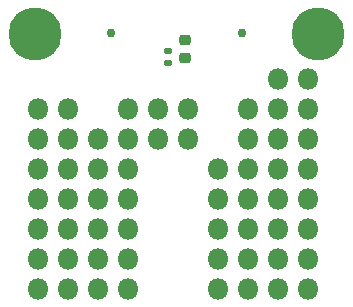
<source format=gbr>
%TF.GenerationSoftware,KiCad,Pcbnew,(6.0.0-0)*%
%TF.CreationDate,2023-03-06T17:41:45-05:00*%
%TF.ProjectId,module_dev1,6d6f6475-6c65-45f6-9465-76312e6b6963,rev?*%
%TF.SameCoordinates,Original*%
%TF.FileFunction,Soldermask,Top*%
%TF.FilePolarity,Negative*%
%FSLAX46Y46*%
G04 Gerber Fmt 4.6, Leading zero omitted, Abs format (unit mm)*
G04 Created by KiCad (PCBNEW (6.0.0-0)) date 2023-03-06 17:41:45*
%MOMM*%
%LPD*%
G01*
G04 APERTURE LIST*
G04 Aperture macros list*
%AMRoundRect*
0 Rectangle with rounded corners*
0 $1 Rounding radius*
0 $2 $3 $4 $5 $6 $7 $8 $9 X,Y pos of 4 corners*
0 Add a 4 corners polygon primitive as box body*
4,1,4,$2,$3,$4,$5,$6,$7,$8,$9,$2,$3,0*
0 Add four circle primitives for the rounded corners*
1,1,$1+$1,$2,$3*
1,1,$1+$1,$4,$5*
1,1,$1+$1,$6,$7*
1,1,$1+$1,$8,$9*
0 Add four rect primitives between the rounded corners*
20,1,$1+$1,$2,$3,$4,$5,0*
20,1,$1+$1,$4,$5,$6,$7,0*
20,1,$1+$1,$6,$7,$8,$9,0*
20,1,$1+$1,$8,$9,$2,$3,0*%
G04 Aperture macros list end*
%ADD10C,4.500000*%
%ADD11O,1.800000X1.800000*%
%ADD12RoundRect,0.135000X-0.185000X0.135000X-0.185000X-0.135000X0.185000X-0.135000X0.185000X0.135000X0*%
%ADD13RoundRect,0.218750X-0.256250X0.218750X-0.256250X-0.218750X0.256250X-0.218750X0.256250X0.218750X0*%
%ADD14C,0.760000*%
G04 APERTURE END LIST*
D10*
%TO.C,H1*%
X95000000Y-64000000D03*
%TD*%
%TO.C,H2*%
X119000000Y-64000000D03*
%TD*%
D11*
%TO.C,J11*%
X110490000Y-75438000D03*
X113030000Y-75438000D03*
X115570000Y-75438000D03*
X118110000Y-75438000D03*
%TD*%
%TO.C,J10*%
X110490000Y-77978000D03*
X113030000Y-77978000D03*
X115570000Y-77978000D03*
X118110000Y-77978000D03*
%TD*%
%TO.C,J9*%
X110490000Y-80518000D03*
X113030000Y-80518000D03*
X115570000Y-80518000D03*
X118110000Y-80518000D03*
%TD*%
%TO.C,J8*%
X110490000Y-83058000D03*
X113030000Y-83058000D03*
X115570000Y-83058000D03*
X118110000Y-83058000D03*
%TD*%
%TO.C,J7*%
X110490000Y-85598000D03*
X113030000Y-85598000D03*
X115570000Y-85598000D03*
X118110000Y-85598000D03*
%TD*%
%TO.C,J4*%
X95250000Y-80518000D03*
X97790000Y-80518000D03*
X100330000Y-80518000D03*
X102870000Y-80518000D03*
%TD*%
%TO.C,J3*%
X95250000Y-83058000D03*
X97790000Y-83058000D03*
X100330000Y-83058000D03*
X102870000Y-83058000D03*
%TD*%
%TO.C,J2*%
X95250000Y-85598000D03*
X97790000Y-85598000D03*
X100330000Y-85598000D03*
X102870000Y-85598000D03*
%TD*%
%TO.C,J5*%
X95250000Y-77978000D03*
X97790000Y-77978000D03*
X100330000Y-77978000D03*
X102870000Y-77978000D03*
%TD*%
%TO.C,J6*%
X95250000Y-75438000D03*
X97790000Y-75438000D03*
X100330000Y-75438000D03*
X102870000Y-75438000D03*
%TD*%
%TO.C,J24*%
X97790000Y-72898000D03*
%TD*%
%TO.C,J25*%
X100330000Y-72898000D03*
%TD*%
%TO.C,J27*%
X95250000Y-70358000D03*
%TD*%
%TO.C,J28*%
X102870000Y-70358000D03*
%TD*%
%TO.C,J29*%
X97790000Y-70358000D03*
%TD*%
%TO.C,J32*%
X102870000Y-72898000D03*
%TD*%
%TO.C,J13*%
X115570000Y-72898000D03*
%TD*%
%TO.C,J14*%
X113030000Y-70358000D03*
%TD*%
%TO.C,J15*%
X113030000Y-72898000D03*
%TD*%
%TO.C,J16*%
X105410000Y-70358000D03*
%TD*%
%TO.C,J18*%
X105410000Y-72898000D03*
%TD*%
%TO.C,J19*%
X107950000Y-72898000D03*
%TD*%
%TO.C,J17*%
X107950000Y-70358000D03*
%TD*%
%TO.C,J22*%
X118110000Y-70358000D03*
%TD*%
%TO.C,J31*%
X118110000Y-67818000D03*
%TD*%
%TO.C,J26*%
X95250000Y-72898000D03*
%TD*%
%TO.C,J21*%
X115570000Y-70358000D03*
%TD*%
%TO.C,J30*%
X115570000Y-67818000D03*
%TD*%
%TO.C,J12*%
X118110000Y-72898000D03*
%TD*%
D12*
%TO.C,R1*%
X106299000Y-65403000D03*
X106299000Y-66423000D03*
%TD*%
D13*
%TO.C,D1*%
X107696000Y-64490500D03*
X107696000Y-66065500D03*
%TD*%
D14*
%TO.C,J1*%
X112524500Y-63900000D03*
X101475500Y-63900000D03*
%TD*%
M02*

</source>
